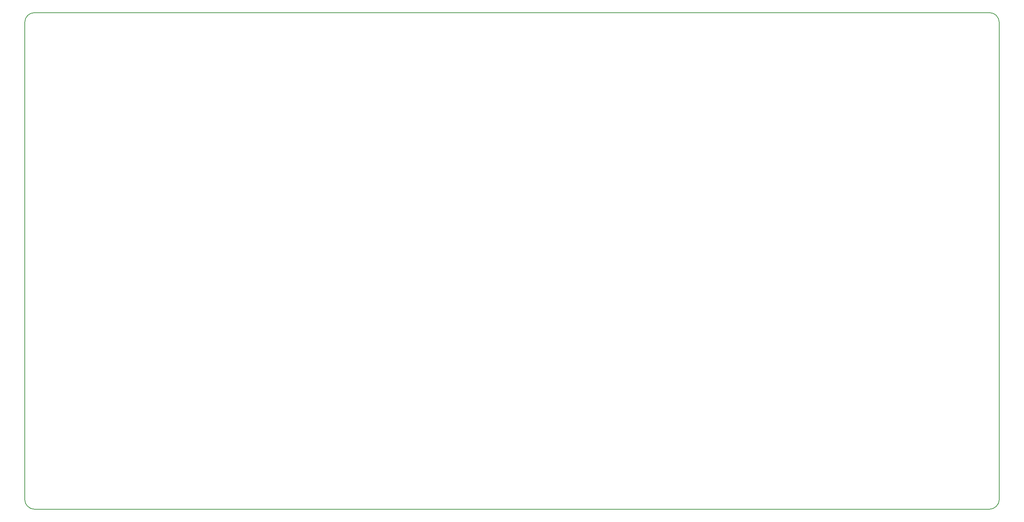
<source format=gm1>
G04 #@! TF.FileFunction,Profile,NP*
%FSLAX46Y46*%
G04 Gerber Fmt 4.6, Leading zero omitted, Abs format (unit mm)*
G04 Created by KiCad (PCBNEW 4.0.7) date 09/04/18 16:32:22*
%MOMM*%
%LPD*%
G01*
G04 APERTURE LIST*
%ADD10C,0.100000*%
%ADD11C,0.150000*%
G04 APERTURE END LIST*
D10*
D11*
X28416250Y-30480000D02*
G75*
G03X26035000Y-32861250I0J-2381250D01*
G01*
X26035000Y-147161250D02*
X26035000Y-32861250D01*
X26035000Y-147161250D02*
G75*
G03X28416250Y-149542500I2381250J0D01*
G01*
X257016250Y-149542500D02*
X28416250Y-149542500D01*
X257016250Y-149542500D02*
G75*
G03X259397500Y-147161250I0J2381250D01*
G01*
X259397500Y-32861250D02*
X259397500Y-147161250D01*
X259397500Y-32861250D02*
G75*
G03X257016250Y-30480000I-2381250J0D01*
G01*
X28416250Y-30480000D02*
X257016250Y-30480000D01*
M02*

</source>
